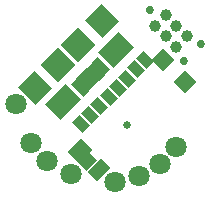
<source format=gbs>
G04*
G04 #@! TF.GenerationSoftware,Altium Limited,Altium Designer,20.0.13 (296)*
G04*
G04 Layer_Color=16711935*
%FSLAX25Y25*%
%MOIN*%
G70*
G01*
G75*
%ADD42C,0.02749*%
%ADD43C,0.02572*%
%ADD44C,0.07099*%
G04:AMPARAMS|DCode=60|XSize=47.37mil|YSize=35.56mil|CornerRadius=0mil|HoleSize=0mil|Usage=FLASHONLY|Rotation=135.000|XOffset=0mil|YOffset=0mil|HoleType=Round|Shape=Rectangle|*
%AMROTATEDRECTD60*
4,1,4,0.02932,-0.00418,0.00418,-0.02932,-0.02932,0.00418,-0.00418,0.02932,0.02932,-0.00418,0.0*
%
%ADD60ROTATEDRECTD60*%

G04:AMPARAMS|DCode=61|XSize=55.24mil|YSize=53.28mil|CornerRadius=0mil|HoleSize=0mil|Usage=FLASHONLY|Rotation=135.000|XOffset=0mil|YOffset=0mil|HoleType=Round|Shape=Rectangle|*
%AMROTATEDRECTD61*
4,1,4,0.03837,-0.00070,0.00070,-0.03837,-0.03837,0.00070,-0.00070,0.03837,0.03837,-0.00070,0.0*
%
%ADD61ROTATEDRECTD61*%

G04:AMPARAMS|DCode=62|XSize=63.12mil|YSize=55.24mil|CornerRadius=0mil|HoleSize=0mil|Usage=FLASHONLY|Rotation=225.000|XOffset=0mil|YOffset=0mil|HoleType=Round|Shape=Rectangle|*
%AMROTATEDRECTD62*
4,1,4,0.00278,0.04185,0.04185,0.00278,-0.00278,-0.04185,-0.04185,-0.00278,0.00278,0.04185,0.0*
%
%ADD62ROTATEDRECTD62*%

G04:AMPARAMS|DCode=63|XSize=47.37mil|YSize=35.56mil|CornerRadius=0mil|HoleSize=0mil|Usage=FLASHONLY|Rotation=225.000|XOffset=0mil|YOffset=0mil|HoleType=Round|Shape=Rectangle|*
%AMROTATEDRECTD63*
4,1,4,0.00418,0.02932,0.02932,0.00418,-0.00418,-0.02932,-0.02932,-0.00418,0.00418,0.02932,0.0*
%
%ADD63ROTATEDRECTD63*%

G04:AMPARAMS|DCode=64|XSize=63.12mil|YSize=43.43mil|CornerRadius=0mil|HoleSize=0mil|Usage=FLASHONLY|Rotation=225.000|XOffset=0mil|YOffset=0mil|HoleType=Round|Shape=Rectangle|*
%AMROTATEDRECTD64*
4,1,4,0.00696,0.03767,0.03767,0.00696,-0.00696,-0.03767,-0.03767,-0.00696,0.00696,0.03767,0.0*
%
%ADD64ROTATEDRECTD64*%

%ADD65C,0.03898*%
G04:AMPARAMS|DCode=66|XSize=61.15mil|YSize=23.75mil|CornerRadius=0mil|HoleSize=0mil|Usage=FLASHONLY|Rotation=315.000|XOffset=0mil|YOffset=0mil|HoleType=Round|Shape=Rectangle|*
%AMROTATEDRECTD66*
4,1,4,-0.03002,0.01322,-0.01322,0.03002,0.03002,-0.01322,0.01322,-0.03002,-0.03002,0.01322,0.0*
%
%ADD66ROTATEDRECTD66*%

G04:AMPARAMS|DCode=67|XSize=94.61mil|YSize=70.99mil|CornerRadius=0mil|HoleSize=0mil|Usage=FLASHONLY|Rotation=45.000|XOffset=0mil|YOffset=0mil|HoleType=Round|Shape=Rectangle|*
%AMROTATEDRECTD67*
4,1,4,-0.00835,-0.05855,-0.05855,-0.00835,0.00835,0.05855,0.05855,0.00835,-0.00835,-0.05855,0.0*
%
%ADD67ROTATEDRECTD67*%

G04:AMPARAMS|DCode=68|XSize=82.8mil|YSize=78.87mil|CornerRadius=0mil|HoleSize=0mil|Usage=FLASHONLY|Rotation=315.000|XOffset=0mil|YOffset=0mil|HoleType=Round|Shape=Rectangle|*
%AMROTATEDRECTD68*
4,1,4,-0.05716,0.00139,-0.00139,0.05716,0.05716,-0.00139,0.00139,-0.05716,-0.05716,0.00139,0.0*
%
%ADD68ROTATEDRECTD68*%

%ADD69P,0.11710X4X360.0*%
D42*
X61667Y46025D02*
D03*
X56010Y40368D02*
D03*
X44697Y57339D02*
D03*
D43*
X37000Y19000D02*
D03*
D44*
X33000Y0D02*
D03*
X0Y26000D02*
D03*
X48000Y6000D02*
D03*
X18500Y2500D02*
D03*
X10500Y7000D02*
D03*
X53500Y11500D02*
D03*
X5000Y13000D02*
D03*
X41000Y2000D02*
D03*
D60*
X21778Y19056D02*
D03*
X24840Y22119D02*
D03*
X27903Y25181D02*
D03*
X30965Y28243D02*
D03*
X34027Y31306D02*
D03*
X37089Y34368D02*
D03*
X40152Y37430D02*
D03*
X43214Y40492D02*
D03*
D61*
X49130Y40562D02*
D03*
X56340Y33352D02*
D03*
D62*
X21333Y10315D02*
D03*
D63*
X23977Y6557D02*
D03*
D64*
X27735Y3912D02*
D03*
D65*
X53535Y44965D02*
D03*
X57071Y48500D02*
D03*
X50000D02*
D03*
X53535Y52035D02*
D03*
X46464D02*
D03*
X50000Y55571D02*
D03*
D66*
X21309Y31275D02*
D03*
X23119Y33084D02*
D03*
X24929Y34894D02*
D03*
X26738Y36703D02*
D03*
X28548Y38513D02*
D03*
D67*
X15811Y26472D02*
D03*
X33350Y44011D02*
D03*
D68*
X6346Y31205D02*
D03*
X28617Y53476D02*
D03*
D69*
X14141Y39000D02*
D03*
X20822Y45681D02*
D03*
M02*

</source>
